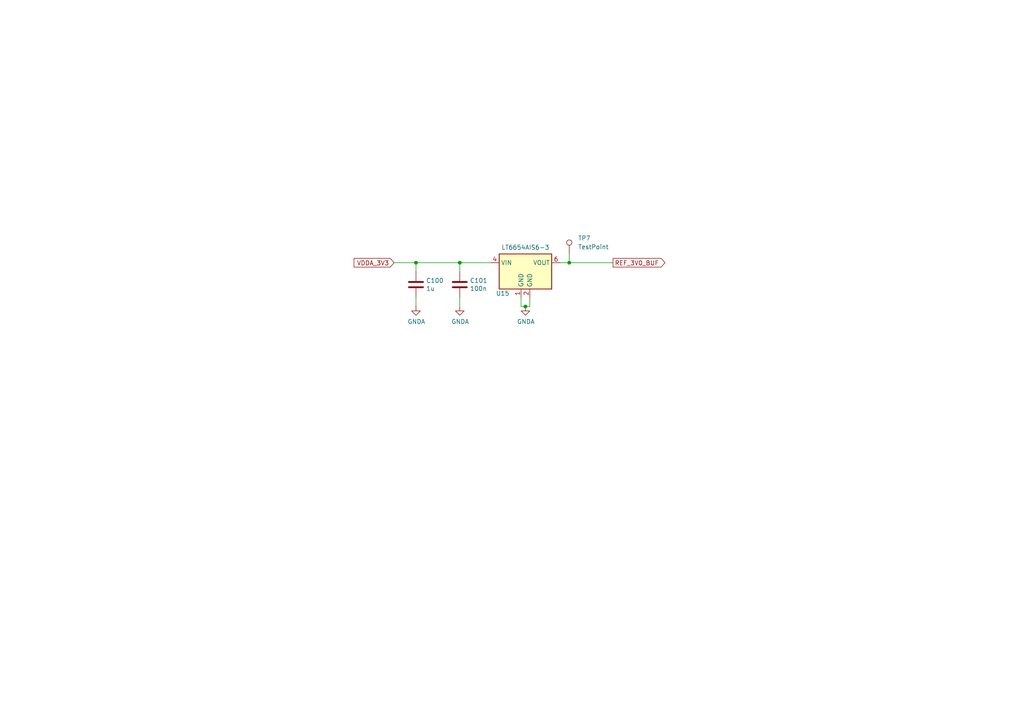
<source format=kicad_sch>
(kicad_sch (version 20231120) (generator "eeschema") (generator_version "8.0")
  (paper "A4")
  (title_block (title "Open MOtor DRiver Initiative  - Single Axis (OMODRI_SA)") (date "2024-11-08") (rev "1.0") (company "LAAS/CNRS"))
  (lib_symbols
    (symbol "Connector:TestPoint" (pin_numbers hide) (pin_names (offset 0.762) hide)
      (property "Reference" "TP" (at 0 6.858 0))
      (property "Value" "TestPoint" (at 0 5.08 0))
      (symbol "TestPoint_0_1"
        (circle (center 0 3.302) (radius 0.762))
      )
      (symbol "TestPoint_1_1"
        (pin passive line (at 0 0 90) (length 2.54) (name "1") (number "1"))
      )
    )
    (symbol "Device:C" (pin_numbers hide) (pin_names (offset 0.254))
      (property "Reference" "C" (at 0.635 2.54 0))
      (property "Value" "C" (at 0.635 -2.54 0))
      (symbol "C_0_1"
        (polyline (pts (xy -2.032 -0.762) (xy 2.032 -0.762)) (stroke (width 0.508)))
        (polyline (pts (xy -2.032 0.762) (xy 2.032 0.762)) (stroke (width 0.508)))
      )
      (symbol "C_1_1"
        (pin passive line (at 0 3.81 270) (length 2.794) (name "~") (number "1"))
        (pin passive line (at 0 -3.81 90) (length 2.794) (name "~") (number "2"))
      )
    )
    (symbol "omodri_lib:LT6654AIS6-3"
      (property "Reference" "U" (at -7.62 6.35 0))
      (property "Value" "LT6654AIS6-3" (at 2.54 6.35 0))
      (symbol "LT6654AIS6-3_0_1"
        (rectangle (start -7.62 5.08) (end 7.62 -5.08) (stroke (width 0.254)) (fill (type background)))
      )
      (symbol "LT6654AIS6-3_1_1"
        (pin power_in line (at -1.27 -7.62 90) (length 2.54) (name "GND") (number "1"))
        (pin power_in line (at 1.27 -7.62 90) (length 2.54) (name "GND") (number "2"))
        (pin no_connect line (at -8.89 -1.27 0) (length 1.27) hide (name "DNC") (number "3"))
        (pin power_in line (at -10.16 2.54 0) (length 2.54) (name "VIN") (number "4"))
        (pin no_connect line (at -8.89 -3.81 0) (length 1.27) hide (name "DNC") (number "5"))
        (pin power_out line (at 10.16 2.54 180) (length 2.54) (name "VOUT") (number "6"))
      )
    )
    (symbol "power:GNDA" (power) (pin_numbers hide) (pin_names (offset 0) hide)
      (property "Value" "GNDA" (at 0 -3.81 0))
      (symbol "GNDA_0_1"
        (polyline (pts (xy 0 0) (xy 0 -1.27) (xy 1.27 -1.27) (xy 0 -2.54) (xy -1.27 -1.27) (xy 0 -1.27)))
      )
      (symbol "GNDA_1_1"
        (pin power_in line (at 0 0 270) (length 0) (name "~") (number "1"))
      )
    )
  )
  (junction (at 133.35 76.2))
  (junction (at 120.65 76.2))
  (junction (at 152.4 88.9))
  (junction (at 165.1 76.2))
  (wire (pts (xy 151.13 86.36) (xy 151.13 88.9)))
  (wire (pts (xy 120.65 76.2) (xy 133.35 76.2)))
  (wire (pts (xy 162.56 76.2) (xy 165.1 76.2)))
  (wire (pts (xy 133.35 76.2) (xy 133.35 78.74)))
  (wire (pts (xy 120.65 86.36) (xy 120.65 88.9)))
  (wire (pts (xy 152.4 88.9) (xy 153.67 88.9)))
  (wire (pts (xy 114.3 76.2) (xy 120.65 76.2)))
  (wire (pts (xy 165.1 76.2) (xy 177.8 76.2)))
  (wire (pts (xy 120.65 76.2) (xy 120.65 78.74)))
  (wire (pts (xy 151.13 88.9) (xy 152.4 88.9)))
  (wire (pts (xy 153.67 88.9) (xy 153.67 86.36)))
  (wire (pts (xy 133.35 76.2) (xy 142.24 76.2)))
  (wire (pts (xy 165.1 73.66) (xy 165.1 76.2)))
  (wire (pts (xy 133.35 86.36) (xy 133.35 88.9)))
  (global_label "REF_3V0_BUF" (shape output) (at 177.8 76.2 0) (property "Intersheetrefs" "${INTERSHEET_REFS}" (effects (hide yes))) (property "Références Inter-Feuilles" "${INTERSHEET_REFS}" (effects (hide yes))))
  (global_label "VDDA_3V3" (shape input) (at 114.3 76.2 180) (property "Intersheetrefs" "${INTERSHEET_REFS}" (effects (hide yes))) (property "Références Inter-Feuilles" "${INTERSHEET_REFS}" (effects (hide yes))))
  (symbol (lib_id "omodri_lib:LT6654AIS6-3") (at 152.4 78.74 0) (unit 1)
    (property "Reference" "U15" (at 145.796 85.09 0))
    (property "Value" "LT6654AIS6-3" (at 152.4 71.755 0))
    (property "Footprint" "Package_TO_SOT_SMD:TSOT-23-6" (effects (hide yes)))
    (property "Datasheet" "https://www.analog.com/media/en/technical-documentation/data-sheets/lt6654.pdf" (effects (hide yes)))
    (property "Description" "SOT-23-6, 3.5-V to 36-V in, 3.0-V / 10-mA out, Precision voltage reference." (effects (hide yes)))
    (property "DigiKey" "LT6654AIS6-3#TRMPBFCT-ND" (effects (hide yes)))
    (property "Farnell" "2761957" (effects (hide yes)))
    (property "Mouser" "584-6654AIS63TRMPBF" (effects (hide yes)))
    (property "Part No" "LT6654AIS6-3#TRMPBF" (effects (hide yes)))
    (property "LCSC" "C673261" (effects (hide yes)))
    (property "Manufacturer" "ANALOG DEVICES" (effects (hide yes)))
    (property "Assembling" "SMD" (effects (hide yes)))
  )
  (symbol (lib_id "power:GNDA") (at 120.65 88.9 0) (unit 1)
    (property "Reference" "#PWR0148" (effects (hide yes)))
    (property "Value" "GNDA" (at 120.777 93.2942 0))
    (property "Description" "Power symbol creates a global label with name \"GNDA\" , analog ground" (effects (hide yes)))
  )
  (symbol (lib_id "power:GNDA") (at 133.35 88.9 0) (unit 1)
    (property "Reference" "#PWR0149" (effects (hide yes)))
    (property "Value" "GNDA" (at 133.477 93.2942 0))
    (property "Description" "Power symbol creates a global label with name \"GNDA\" , analog ground" (effects (hide yes)))
  )
  (symbol (lib_id "power:GNDA") (at 152.4 88.9 0) (unit 1)
    (property "Reference" "#PWR0150" (effects (hide yes)))
    (property "Value" "GNDA" (at 152.527 93.2942 0))
    (property "Description" "Power symbol creates a global label with name \"GNDA\" , analog ground" (effects (hide yes)))
  )
  (symbol (lib_id "Device:C") (at 133.35 82.55 0) (unit 1)
    (property "Reference" "C101" (at 136.271 81.3816 0) (effects (justify left)))
    (property "Value" "100n" (at 136.271 83.693 0) (effects (justify left)))
    (property "Footprint" "Capacitor_SMD:C_0201_0603Metric" (effects (hide yes)))
    (property "Datasheet" "https://www.murata.com/en-eu/products/productdetail?partno=GRM033R61E104KE14%23" (effects (hide yes)))
    (property "Description" "0201, 100nf, 25V,  ±10%, X5R, SMD MLCC" (effects (hide yes)))
    (property "DigiKey" "490-12686-1-ND" (effects (hide yes)))
    (property "Farnell" "2990693" (effects (hide yes)))
    (property "Mouser" "81-GRM033R61E104KE4D" (effects (hide yes)))
    (property "Part No" "GRM033R61E104KE14D" (effects (hide yes)))
    (property "RS" "185-2066" (effects (hide yes)))
    (property "LCSC" "C76939" (effects (hide yes)))
    (property "Manufacturer" "MURATA" (effects (hide yes)))
    (property "Assembling" "SMD" (effects (hide yes)))
  )
  (symbol (lib_id "Device:C") (at 120.65 82.55 0) (unit 1)
    (property "Reference" "C100" (at 123.571 81.3816 0) (effects (justify left)))
    (property "Value" "1u" (at 123.571 83.693 0) (effects (justify left)))
    (property "Footprint" "Capacitor_SMD:C_0201_0603Metric" (effects (hide yes)))
    (property "Datasheet" "https://www.murata.com/en-eu/products/productdetail?partno=GRM033C81A105ME05%23" (effects (hide yes)))
    (property "Description" "0201, 1uf, 10V,  ±20%, X6S, SMD MLCC" (effects (hide yes)))
    (property "DigiKey" "490-13219-1-ND" (effects (hide yes)))
    (property "Farnell" "3243316" (effects (hide yes)))
    (property "Mouser" "81-GRM033C81A105ME5D" (effects (hide yes)))
    (property "Part No" "GRM033C81A105ME05D" (effects (hide yes)))
    (property "LCSC" "C237278" (effects (hide yes)))
    (property "Manufacturer" "MURATA" (effects (hide yes)))
    (property "Assembling" "SMD" (effects (hide yes)))
  )
  (symbol (lib_id "Connector:TestPoint") (at 165.1 73.66 0) (unit 1) (in_bom no)
    (property "Reference" "TP7" (at 167.64 69.0879 0) (effects (justify left)))
    (property "Value" "TestPoint" (at 167.64 71.6279 0) (effects (justify left)))
    (property "Footprint" "TestPoint:TestPoint_Pad_D1.0mm" (effects (hide yes)))
    (property "Description" "test point" (effects (hide yes)))
  )
)
</source>
